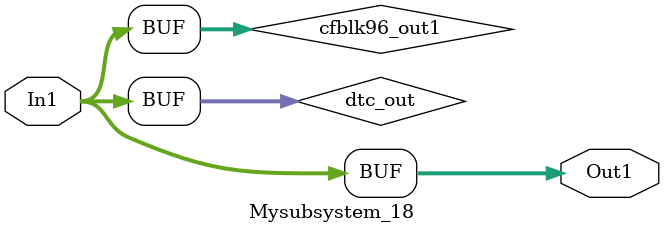
<source format=v>



`timescale 1 ns / 1 ns

module Mysubsystem_18
          (In1,
           Out1);


  input   [7:0] In1;  // uint8
  output  [7:0] Out1;  // uint8


  wire [7:0] dtc_out;  // ufix8
  wire [7:0] cfblk96_out1;  // uint8


  assign dtc_out = In1;



  assign cfblk96_out1 = dtc_out;



  assign Out1 = cfblk96_out1;

endmodule  // Mysubsystem_18


</source>
